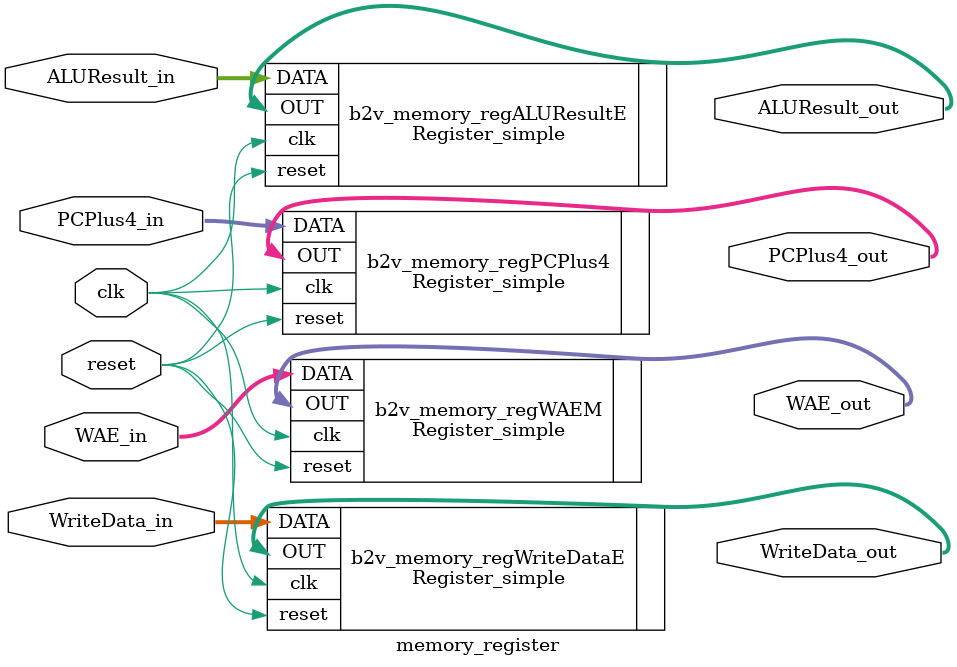
<source format=v>


module memory_register(
	clk,
	reset,
	ALUResult_in,
	PCPlus4_in,
	WAE_in,
	WriteData_in,
	ALUResult_out,
	PCPlus4_out,
	WAE_out,
	WriteData_out
);


input wire	clk;
input wire	reset;
input wire	[31:0] ALUResult_in;
input wire	[31:0] PCPlus4_in;
input wire	[3:0] WAE_in;
input wire	[31:0] WriteData_in;
output wire	[31:0] ALUResult_out;
output wire	[31:0] PCPlus4_out;
output wire	[3:0] WAE_out;
output wire	[31:0] WriteData_out;






Register_simple	b2v_memory_regALUResultE(
	.clk(clk),
	.reset(reset),
	.DATA(ALUResult_in),
	.OUT(ALUResult_out));
	defparam	b2v_memory_regALUResultE.WIDTH = 32;


Register_simple	b2v_memory_regPCPlus4(
	.clk(clk),
	.reset(reset),
	.DATA(PCPlus4_in),
	.OUT(PCPlus4_out));
	defparam	b2v_memory_regPCPlus4.WIDTH = 32;


Register_simple	b2v_memory_regWAEM(
	.clk(clk),
	.reset(reset),
	.DATA(WAE_in),
	.OUT(WAE_out));
	defparam	b2v_memory_regWAEM.WIDTH = 4;


Register_simple	b2v_memory_regWriteDataE(
	.clk(clk),
	.reset(reset),
	.DATA(WriteData_in),
	.OUT(WriteData_out));
	defparam	b2v_memory_regWriteDataE.WIDTH = 32;


endmodule

</source>
